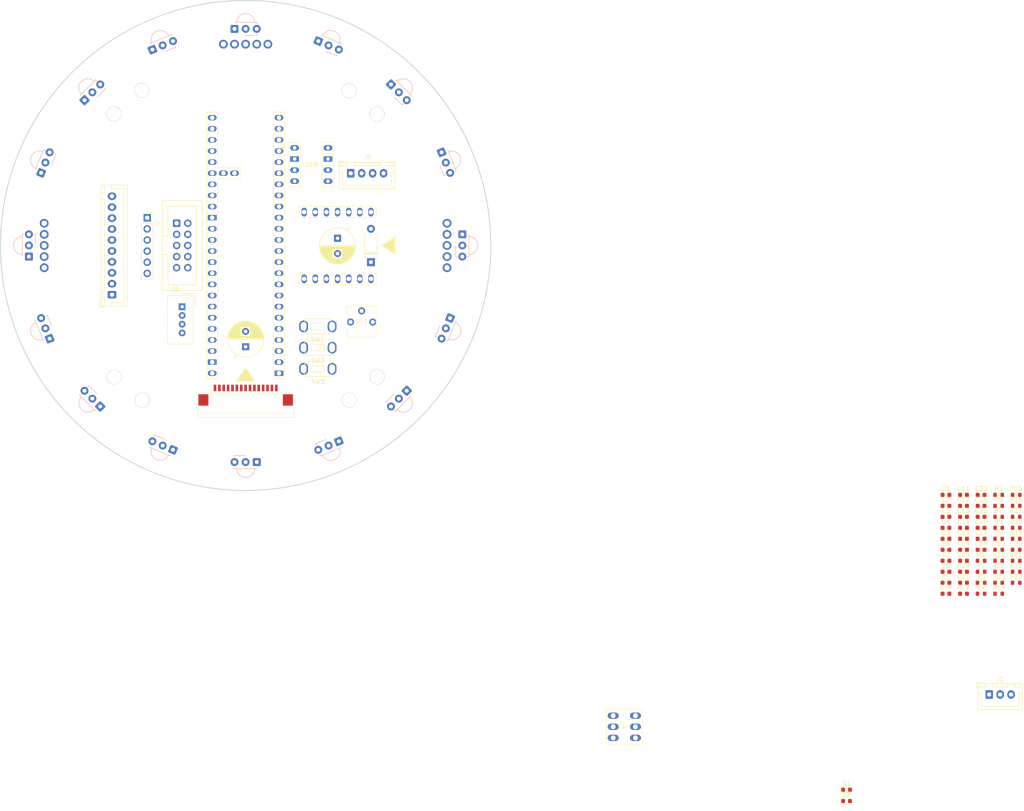
<source format=kicad_pcb>
(kicad_pcb (version 20240108) (generator "pcbnew") (generator_version "8.0")
  (layers (0 "F.Cu" signal) (1 "In1.Cu" signal) (2 "In2.Cu" signal) (31 "B.Cu" signal) (34 "B.Paste" user) (35 "F.Paste" user) (36 "B.SilkS" user "B.Silkscreen") (37 "F.SilkS" user "F.Silkscreen") (38 "B.Mask" user) (39 "F.Mask" user) (44 "Edge.Cuts" user))
  (net 0 "")
  (net 1 "GND")
  (net 2 "+5V")
  (net 3 "+3.3V")
  (net 4 "ball01")
  (net 5 "ball02")
  (net 6 "ball03")
  (net 7 "ball04")
  (net 8 "ball05")
  (net 9 "ball06")
  (net 10 "ball07")
  (net 11 "ball08")
  (net 12 "ball09")
  (net 13 "ball10")
  (net 14 "ball11")
  (net 15 "ball12")
  (net 16 "ball13")
  (net 17 "ball14")
  (net 18 "ball15")
  (net 19 "ball16")
  (net 21 "NeoPixel_PWM")
  (net 22 "Main-RX7")
  (net 23 "SW-TAC-3")
  (net 24 "SDA")
  (net 25 "SW-TAC-2")
  (net 26 "KickerSignal")
  (net 27 "SCL")
  (net 28 "SW-TAC-4")
  (net 29 "BUZZER")
  (net 30 "EN-3")
  (net 31 "ball01k")
  (net 32 "PH-2")
  (net 33 "PH-4")
  (net 34 "Line-TX")
  (net 35 "ball02k")
  (net 36 "EN-4")
  (net 37 "PH-3")
  (net 38 "EN-2")
  (net 39 "Line-RX")
  (net 40 "PH-1")
  (net 41 "EN-1")
  (net 42 "Net-(D1-A)")
  (net 43 "PH-D")
  (net 44 "EN-D")
  (net 45 "SCK")
  (net 46 "MISO")
  (net 47 "Cam-RX")
  (net 48 "MOSI")
  (net 49 "Cam-TX")
  (net 50 "Net-(U4-OUT)")
  (net 51 "Net-(U5-OUT)")
  (net 52 "Net-(U6-OUT)")
  (net 53 "Net-(U7-OUT)")
  (net 54 "Net-(U8-OUT)")
  (net 55 "Net-(U9-OUT)")
  (net 56 "Net-(U10-OUT)")
  (net 57 "Net-(U11-OUT)")
  (net 58 "Net-(U12-OUT)")
  (net 59 "Net-(U13-OUT)")
  (net 60 "Net-(U14-OUT)")
  (net 61 "Net-(U15-OUT)")
  (net 62 "Net-(U16-OUT)")
  (net 63 "Net-(D2-A)")
  (net 64 "Net-(D3-K)")
  (net 65 "Main-TX7")
  (net 66 "5.0V")
  (net 67 "3.3V")
  (net 68 "SS")
  (net 69 "Main_RST")
  (net 70 "SW-TAC-1")
  (net 71 "SW-TOG")
  (net 72 "Net-(U3-OUT)")
  (net 73 "Cam_EN")
  (net 74 "Cam_G0")
  (net 75 "Volume")
  (net 82 "Net-(U1-OUT)")
  (net 83 "Net-(U2-OUT)")
  (net 84 "Net-(R21-Pad1)")
  (footprint "Resistor_SMD:R_0603_1608Metric" (layer "F.Cu") (at 176 74.57)
    (property "Reference" "R22" (at 0 -1.43 0) (layer "F.SilkS"))
    (property "Value" "1K")
    (pad "1" smd roundrect (at -0.825 0) (size 0.8 0.95) (layers "F.Cu" "F.Paste" "F.Mask") (net 3 "+3.3V"))
    (pad "2" smd roundrect (at 0.825 0) (size 0.8 0.95) (layers "F.Cu" "F.Paste" "F.Mask") (net 24 "SDA"))
  )
  (footprint "Resistor_SMD:R_0603_1608Metric" (layer "F.Cu") (at 171.99 72.06)
    (property "Reference" "R11" (at 0 -1.43 0) (layer "F.SilkS"))
    (property "Value" "39K")
    (pad "1" smd roundrect (at -0.825 0) (size 0.8 0.95) (layers "F.Cu" "F.Paste" "F.Mask") (net 57 "Net-(U11-OUT)"))
    (pad "2" smd roundrect (at 0.825 0) (size 0.8 0.95) (layers "F.Cu" "F.Paste" "F.Mask") (net 14 "ball11"))
  )
  (footprint "MountingHole:MountingHole_3.2mm_M3" (layer "F.Cu") (at 30.052038 -30.052038)
    (property "Reference" "REF**" (hide yes))
    (property "Value" "MountingHole_3.2mm_M3")
    (pad "" np_thru_hole circle (at 0 0) (size 3.2 3.2) (drill 3.2) (layers "*.Cu" "*.Mask"))
  )
  (footprint "@2024TOINIOT2-MD:1.0K-FX-15PWB" (layer "F.Cu") (at 0 35.56)
    (property "Reference" "J8" (hide yes))
    (property "Value" "Conn_MD")
    (pad "1" smd rect (at -7 -3) (size 0.6 1.5) (layers "F.Cu" "F.Paste" "F.Mask") (net 1 "GND"))
    (pad "2" smd rect (at -6 -3) (size 0.6 1.5) (layers "F.Cu" "F.Paste" "F.Mask") (net 41 "EN-1"))
    (pad "3" smd rect (at -5 -3) (size 0.6 1.5) (layers "F.Cu" "F.Paste" "F.Mask") (net 40 "PH-1"))
    (pad "4" smd rect (at -4 -3) (size 0.6 1.5) (layers "F.Cu" "F.Paste" "F.Mask") (net 38 "EN-2"))
    (pad "5" smd rect (at -3 -3) (size 0.6 1.5) (layers "F.Cu" "F.Paste" "F.Mask") (net 32 "PH-2"))
    (pad "6" smd rect (at -2 -3) (size 0.6 1.5) (layers "F.Cu" "F.Paste" "F.Mask") (net 30 "EN-3"))
    (pad "7" smd rect (at -1 -3) (size 0.6 1.5) (layers "F.Cu" "F.Paste" "F.Mask") (net 37 "PH-3"))
    (pad "8" smd rect (at 0 -3) (size 0.6 1.5) (layers "F.Cu" "F.Paste" "F.Mask") (net 36 "EN-4"))
    (pad "9" smd rect (at 1 -3) (size 0.6 1.5) (layers "F.Cu" "F.Paste" "F.Mask") (net 33 "PH-4"))
    (pad "10" smd rect (at 2 -3) (size 0.6 1.5) (layers "F.Cu" "F.Paste" "F.Mask") (net 31 "ball01k"))
    (pad "11" smd rect (at 3 -3) (size 0.6 1.5) (layers "F.Cu" "F.Paste" "F.Mask") (net 26 "KickerSignal"))
    (pad "12" smd rect (at 4 -3) (size 0.6 1.5) (layers "F.Cu" "F.Paste" "F.Mask") (net 35 "ball02k"))
    (pad "13" smd rect (at 5 -3) (size 0.6 1.5) (layers "F.Cu" "F.Paste" "F.Mask") (net 3 "+3.3V"))
    (pad "14" smd rect (at 6 -3) (size 0.6 1.5) (layers "F.Cu" "F.Paste" "F.Mask") (net 34 "Line-TX"))
    (pad "15" smd rect (at 7 -3) (size 0.6 1.5) (layers "F.Cu" "F.Paste" "F.Mask") (net 39 "Line-RX"))
    (pad "MP" smd rect (at -9.65 -0.25) (size 2.3 2.6) (layers "F.Cu" "F.Paste" "F.Mask"))
    (pad "MP" smd rect (at 9.65 -0.25) (size 2.3 2.6) (layers "F.Cu" "F.Paste" "F.Mask"))
  )
  (footprint "Capacitor_SMD:C_0603_1608Metric" (layer "F.Cu") (at 163.97 77.08)
    (property "Reference" "C21" (at 0 -1.43 0) (layer "F.SilkS"))
    (property "Value" "0.1uF")
    (pad "1" smd roundrect (at -0.775 0) (size 0.9 0.95) (layers "F.Cu" "F.Paste" "F.Mask") (net 2 "+5V"))
    (pad "2" smd roundrect (at 0.775 0) (size 0.9 0.95) (layers "F.Cu" "F.Paste" "F.Mask") (net 1 "GND"))
  )
  (footprint "Connector:NS-Tech_Grove_1x04_P2mm_Vertical" (layer "F.Cu") (at -14.5 14)
    (property "Reference" "J6" (at -1.5 -4 0) (layer "F.SilkS"))
    (property "Value" "CamS3-4")
    (pad "1" thru_hole rect (at 0 0) (size 1.524 1.524) (drill 0.762) (layers "*.Cu" "*.Mask") (net 49 "Cam-TX"))
    (pad "2" thru_hole circle (at 0 2) (size 1.524 1.524) (drill 0.762) (layers "*.Cu" "*.Mask") (net 47 "Cam-RX"))
    (pad "3" thru_hole circle (at 0 4) (size 1.524 1.524) (drill 0.762) (layers "*.Cu" "*.Mask") (net 2 "+5V"))
    (pad "4" thru_hole circle (at 0 6) (size 1.524 1.524) (drill 0.762) (layers "*.Cu" "*.Mask") (net 1 "GND"))
  )
  (footprint "Diode_THT:D_A-405_P7.62mm_Horizontal" (layer "F.Cu") (at 28.62 3.81 90)
    (property "Reference" "D3" (hide yes))
    (property "Value" "D_Small")
    (pad "1" thru_hole rect (at 0 0 90) (size 1.8 1.8) (drill 0.9) (layers "*.Cu" "*.Mask") (net 64 "Net-(D3-K)"))
    (pad "2" thru_hole oval (at 7.62 0 90) (size 1.8 1.8) (drill 0.9) (layers "*.Cu" "*.Mask") (net 2 "+5V"))
  )
  (footprint "Connector_JST:JST_XH_B3B-XH-A_1x03_P2.50mm_Vertical" (layer "F.Cu") (at 169.83 102.62)
    (property "Reference" "J1" (at 2.5 -3.55 0) (layer "F.SilkS"))
    (property "Value" "Conn_PWR")
    (pad "1" thru_hole roundrect (at 0 0) (size 1.7 1.95) (drill 0.95) (layers "*.Cu" "*.Mask") (roundrect_rratio 0.147059) (net 66 "5.0V"))
    (pad "2" thru_hole oval (at 2.5 0) (size 1.7 1.95) (drill 0.95) (layers "*.Cu" "*.Mask") (net 67 "3.3V"))
    (pad "3" thru_hole oval (at 5 0) (size 1.7 1.95) (drill 0.95) (layers "*.Cu" "*.Mask") (net 1 "GND"))
  )
  (footprint "MountingHole:MountingHole_3.2mm_M3" (layer "F.Cu") (at -30.052038 -30.052038)
    (property "Reference" "REF**" (hide yes))
    (property "Value" "MountingHole_3.2mm_M3")
    (pad "" np_thru_hole circle (at 0 0) (size 3.2 3.2) (drill 3.2) (layers "*.Mask" "F.Cu" "In1.Cu" "In2.Cu" "B.Cu"))
  )
  (footprint "Capacitor_SMD:C_0603_1608Metric" (layer "F.Cu") (at 163.97 64.53)
    (property "Reference" "C14" (at 0 -1.43 0) (layer "F.SilkS"))
    (property "Value" "0.33uF")
    (pad "1" smd roundrect (at -0.775 0) (size 0.9 0.95) (layers "F.Cu" "F.Paste" "F.Mask") (net 17 "ball14"))
    (pad "2" smd roundrect (at 0.775 0) (size 0.9 0.95) (layers "F.Cu" "F.Paste" "F.Mask") (net 1 "GND"))
  )
  (footprint "Capacitor_SMD:C_0603_1608Metric" (layer "F.Cu") (at 167.98 59.51)
    (property "Reference" "C24" (at 0 -1.43 0) (layer "F.SilkS"))
    (property "Value" "0.1uF")
    (pad "1" smd roundrect (at -0.775 0) (size 0.9 0.95) (layers "F.Cu" "F.Paste" "F.Mask") (net 3 "+3.3V"))
    (pad "2" smd roundrect (at 0.775 0) (size 0.9 0.95) (layers "F.Cu" "F.Paste" "F.Mask") (net 1 "GND"))
  )
  (footprint "MountingHole:MountingHole_3.2mm_M3" (layer "F.Cu") (at -30.052038 30.052038)
    (property "Reference" "REF**" (hide yes))
    (property "Value" "MountingHole_3.2mm_M3")
    (pad "" np_thru_hole circle (at 0 0) (size 3.2 3.2) (drill 3.2) (layers "*.Mask" "F.Cu" "In1.Cu" "In2.Cu" "B.Cu"))
  )
  (footprint "Capacitor_SMD:C_0603_1608Metric" (layer "F.Cu") (at 163.97 62.02)
    (property "Reference" "C13" (at 0 -1.43 0) (layer "F.SilkS"))
    (property "Value" "0.33uF")
    (pad "1" smd roundrect (at -0.775 0) (size 0.9 0.95) (layers "F.Cu" "F.Paste" "F.Mask") (net 16 "ball13"))
    (pad "2" smd roundrect (at 0.775 0) (size 0.9 0.95) (layers "F.Cu" "F.Paste" "F.Mask") (net 1 "GND"))
  )
  (footprint "Capacitor_SMD:C_0603_1608Metric" (layer "F.Cu") (at 163.97 79.59)
    (property "Reference" "C22" (at 0 -1.43 0) (layer "F.SilkS"))
    (property "Value" "0.1uF")
    (pad "1" smd roundrect (at -0.775 0) (size 0.9 0.95) (layers "F.Cu" "F.Paste" "F.Mask") (net 3 "+3.3V"))
    (pad "2" smd roundrect (at 0.775 0) (size 0.9 0.95) (layers "F.Cu" "F.Paste" "F.Mask") (net 1 "GND"))
  )
  (footprint "Capacitor_SMD:C_0603_1608Metric" (layer "F.Cu") (at 163.97 57)
    (property "Reference" "C11" (at 0 -1.43 0) (layer "F.SilkS"))
    (property "Value" "0.33uF")
    (pad "1" smd roundrect (at -0.775 0) (size 0.9 0.95) (layers "F.Cu" "F.Paste" "F.Mask") (net 14 "ball11"))
    (pad "2" smd roundrect (at 0.775 0) (size 0.9 0.95) (layers "F.Cu" "F.Paste" "F.Mask") (net 1 "GND"))
  )
  (footprint "LED_SMD:LED_0603_1608Metric" (layer "F.Cu") (at 137.25 124.38)
    (property "Reference" "D1" (at 0 -1.43 0) (layer "F.SilkS"))
    (property "Value" "PWR-5")
    (pad "1" smd roundrect (at -0.7875 0) (size 0.875 0.95) (layers "F.Cu" "F.Paste" "F.Mask") (net 1 "GND"))
    (pad "2" smd roundrect (at 0.7875 0) (size 0.875 0.95) (layers "F.Cu" "F.Paste" "F.Mask") (net 42 "Net-(D1-A)"))
  )
  (footprint "Connector_JST:JST_XH_B10B-XH-A_1x10_P2.50mm_Vertical" (layer "F.Cu") (at -30.525 11.25 90)
    (property "Reference" "J10" (hide yes))
    (property "Value" "Conn_UI")
    (pad "1" thru_hole roundrect (at 0 0 90) (size 1.7 1.95) (drill 0.95) (layers "*.Cu" "*.Mask") (roundrect_rratio 0.147059) (net 3 "+3.3V"))
    (pad "2" thru_hole oval (at 2.5 0 90) (size 1.7 1.95) (drill 0.95) (layers "*.Cu" "*.Mask") (net 1 "GND"))
    (pad "3" thru_hole oval (at 5 0 90) (size 1.7 1.95) (drill 0.95) (layers "*.Cu" "*.Mask") (net 71 "SW-TOG"))
    (pad "4" thru_hole oval (at 7.5 0 90) (size 1.7 1.95) (drill 0.95) (layers "*.Cu" "*.Mask") (net 70 "SW-TAC-1"))
    (pad "5" thru_hole oval (at 10 0 90) (size 1.7 1.95) (drill 0.95) (layers "*.Cu" "*.Mask") (net 25 "SW-TAC-2"))
    (pad "6" thru_hole oval (at 12.5 0 90) (size 1.7 1.95) (drill 0.95) (layers "*.Cu" "*.Mask") (net 23 "SW-TAC-3"))
    (pad "7" thru_hole oval (at 15 0 90) (size 1.7 1.95) (drill 0.95) (layers "*.Cu" "*.Mask") (net 28 "SW-TAC-4"))
    (pad "8" thru_hole oval (at 17.5 0 90) (size 1.7 1.95) (drill 0.95) (layers "*.Cu" "*.Mask") (net 24 "SDA"))
    (pad "9" thru_hole oval (at 20 0 90) (size 1.7 1.95) (drill 0.95) (layers "*.Cu" "*.Mask") (net 27 "SCL"))
    (pad "10" thru_hole oval (at 22.5 0 90) (size 1.7 1.95) (drill 0.95) (layers "*.Cu" "*.Mask") (net 29 "BUZZER"))
  )
  (footprint "Capacitor_SMD:C_0603_1608Metric" (layer "F.Cu") (at 163.97 69.55)
    (property "Reference" "C16" (at 0 -1.43 0) (layer "F.SilkS"))
    (property "Value" "0.33uF")
    (pad "1" smd roundrect (at -0.775 0) (size 0.9 0.95) (layers "F.Cu" "F.Paste" "F.Mask") (net 19 "ball16"))
    (pad "2" smd roundrect (at 0.775 0) (size 0.9 0.95) (layers "F.Cu" "F.Paste" "F.Mask") (net 1 "GND"))
  )
  (footprint "Capacitor_SMD:C_0603_1608Metric" (layer "F.Cu") (at 163.97 67.04)
    (property "Reference" "C15" (at 0 -1.43 0) (layer "F.SilkS"))
    (property "Value" "0.33uF")
    (pad "1" smd roundrect (at -0.775 0) (size 0.9 0.95) (layers "F.Cu" "F.Paste" "F.Mask") (net 18 "ball15"))
    (pad "2" smd roundrect (at 0.775 0) (size 0.9 0.95) (layers "F.Cu" "F.Paste" "F.Mask") (net 1 "GND"))
  )
  (footprint "Capacitor_SMD:C_0603_1608Metric" (layer "F.Cu") (at 159.96 79.59)
    (property "Reference" "C10" (at 0 -1.43 0) (layer "F.SilkS"))
    (property "Value" "0.33uF")
    (pad "1" smd roundrect (at -0.775 0) (size 0.9 0.95) (layers "F.Cu" "F.Paste" "F.Mask") (net 13 "ball10"))
    (pad "2" smd roundrect (at 0.775 0) (size 0.9 0.95) (layers "F.Cu" "F.Paste" "F.Mask") (net 1 "GND"))
  )
  (footprint "Capacitor_SMD:C_0603_1608Metric" (layer "F.Cu") (at 159.96 62.02)
    (property "Reference" "C3" (at 0 -1.43 0) (layer "F.SilkS"))
    (property "Value" "0.33uF")
    (pad "1" smd roundrect (at -0.775 0) (size 0.9 0.95) (layers "F.Cu" "F.Paste" "F.Mask") (net 6 "ball03"))
    (pad "2" smd roundrect (at 0.775 0) (size 0.9 0.95) (layers "F.Cu" "F.Paste" "F.Mask") (net 1 "GND"))
  )
  (footprint "@2024TOINIOT2-Main:Connector" (layer "F.Cu") (at -46.000001 0 90)
    (property "Reference" "J3" (hide yes))
    (property "Value" "Conn_NeoPixel" (hide yes))
    (pad "1" thru_hole circle (at -5.08 0 90) (size 2 2) (drill 1.2) (layers "*.Cu" "*.Mask") (net 2 "+5V"))
    (pad "2" thru_hole circle (at -2.54 0 90) (size 2 2) (drill 1.2) (layers "*.Cu" "*.Mask") (net 2 "+5V"))
    (pad "3" thru_hole circle (at 0 0 90) (size 2 2) (drill 1.2) (layers "*.Cu" "*.Mask") (net 1 "GND"))
    (pad "4" thru_hole circle (at 2.54 0 90) (size 2 2) (drill 1.2) (layers "*.Cu" "*.Mask") (net 1 "GND"))
    (pad "5" thru_hole circle (at 5.08 0 90) (size 2 2) (drill 1.2) (layers "*.Cu" "*.Mask") (net 1 "GND"))
  )
  (footprint "Capacitor_SMD:C_0603_1608Metric" (layer "F.Cu") (at 159.96 72.06)
    (property "Reference" "C7" (at 0 -1.43 0) (layer "F.SilkS"))
    (property "Value" "0.33uF")
    (pad "1" smd roundrect (at -0.775 0) (size 0.9 0.95) (layers "F.Cu" "F.Paste" "F.Mask") (net 10 "ball07"))
    (pad "2" smd roundrect (at 0.775 0) (size 0.9 0.95) (layers "F.Cu" "F.Paste" "F.Mask") (net 1 "GND"))
  )
  (footprint "Capacitor_SMD:C_0603_1608Metric" (layer "F.Cu") (at 167.98 67.04)
    (property "Reference" "C27" (at 0 -1.43 0) (layer "F.SilkS"))
    (property "Value" "0.1uF")
    (pad "1" smd roundrect (at -0.775 0) (size 0.9 0.95) (layers "F.Cu" "F.Paste" "F.Mask") (net 2 "+5V"))
    (pad "2" smd roundrect (at 0.775 0) (size 0.9 0.95) (layers "F.Cu" "F.Paste" "F.Mask") (net 1 "GND"))
  )
  (footprint "Resistor_SMD:R_0603_1608Metric" (layer "F.Cu") (at 176 62.02)
    (property "Reference" "R17" (at 0 -1.43 0) (layer "F.SilkS"))
    (property "Value" "10K")
    (pad "1" smd roundrect (at -0.825 0) (size 0.8 0.95) (layers "F.Cu" "F.Paste" "F.Mask") (net 3 "+3.3V"))
    (pad "2" smd roundrect (at 0.825 0) (size 0.8 0.95) (layers "F.Cu" "F.Paste" "F.Mask") (net 73 "Cam_EN"))
  )
  (footprint "Resistor_SMD:R_0603_1608Metric" (layer "F.Cu") (at 171.99 77.08)
    (property "Reference" "R13" (at 0 -1.43 0) (layer "F.SilkS"))
    (property "Value" "39K")
    (pad "1" smd roundrect (at -0.825 0) (size 0.8 0.95) (layers "F.Cu" "F.Paste" "F.Mask") (net 59 "Net-(U13-OUT)"))
    (pad "2" smd roundrect (at 0.825 0) (size 0.8 0.95) (layers "F.Cu" "F.Paste" "F.Mask") (net 16 "ball13"))
  )
  (footprint "MountingHole:MountingHole_3.2mm_M3" (layer "F.Cu") (at -23.611735 35.337459)
    (property "Reference" "REF**" (hide yes))
    (property "Value" "MountingHole_3.2mm_M3")
    (pad "" np_thru_hole circle (at 0 0) (size 3.2 3.2) (drill 3.2) (layers "*.Mask" "F.Cu" "In1.Cu" "In2.Cu" "B.Cu"))
  )
  (footprint "@2024TOINIOT2-Main:XIAO ESP32C3" (layer "F.Cu") (at 21 0 -90)
    (property "Reference" "U19" (hide yes))
    (property "Value" "~")
    (pad "1" thru_hole oval (at -7.62 -7.62 270) (size 2 1.2) (drill 1) (layers "*.Cu" "*.Mask") (net 31 "ball01k"))
    (pad "2" thru_hole oval (at -7.62 -5.08 270) (size 2 1.2) (drill 1) (layers "*.Cu" "*.Mask") (net 35 "ball02k"))
    (pad "3" thru_hole oval (at -7.62 -2.54 270) (size 2 1.2) (drill 1) (layers "*.Cu" "*.Mask") (net 75 "Volume"))
    (pad "4" thru_hole oval (at -7.62 0 270) (size 2 1.2) (drill 1) (layers "*.Cu" "*.Mask") (net 26 "KickerSignal"))
    (pad "5" thru_hole oval (at -7.62 2.54 270) (size 2 1.2) (drill 1) (layers "*.Cu" "*.Mask") (net 43 "PH-D"))
    (pad "6" thru_hole oval (at -7.62 5.08 270) (size 2 1.2) (drill 1) (layers "*.Cu" "*.Mask") (net 44 "EN-D"))
    (pad "7" thru_hole oval (at -7.62 7.62 270) (size 2 1.2) (drill 1) (layers "*.Cu" "*.Mask") (net 22 "Main-RX7"))
    (pad "8" thru_hole oval (at 7.62 7.62 270) (size 2 1.2) (drill 1) (layers "*.Cu" "*.Mask") (net 65 "Main-TX7"))
    (pad "9" thru_hole oval (at 7.62 5.08 270) (size 2 1.2) (drill 1) (layers "*.Cu" "*.Mask"))
    (pad "10" thru_hole oval (at 7.62 2.54 270) (size 2 1.2) (drill 1) (layers "*.Cu" "*.Mask"))
    (pad "11" thru_hole oval (at 7.62 0 270) (size 2 1.2) (drill 1) (layers "*.Cu" "*.Mask") (net 21 "NeoPixel_PWM"))
    (pad "12" thru_hole oval (at 7.62 -2.54 270) (size 2 1.2) (drill 1) (layers "*.Cu" "*.Mask"))
    (pad "13" thru_hole oval (at 7.62 -5.08 270) (size 2 1.2) (drill 1) (layers "*.Cu" "*.Mask") (net 1 "GND"))
    (pad "14" thru_hole oval (at 7.62 -7.62 270) (size 2 1.2) (drill 1) (layers "*.Cu" "*.Mask") (net 64 "Net-(D3-K)"))
  )
  (footprint "Connector_IDC:IDC-Header_2x05_P2.54mm_Vertical" (layer "F.Cu") (at -15.7525 -5.08)
    (property "Reference" "J7" (hide yes))
    (property "Value" "Pixy 2.1")
    (pad "1" thru_hole roundrect (at 0 0) (size 1.7 1.7) (drill 1) (layers "*.Cu" "*.Mask") (roundrect_rratio 0.147059) (net 46 "MISO"))
    (pad "2" thru_hole circle (at 2.54 0) (size 1.7 1.7) (drill 1) (layers "*.Cu" "*.Mask") (net 2 "+5V"))
    (pad "3" thru_hole circle (at 0 2.54) (size 1.7 1.7) (drill 1) (layers "*.Cu" "*.Mask") (net 45 "SCK"))
    (pad "4" thru_hole circle (at 2.54 2.54) (size 1.7 1.7) (drill 1) (layers "*.Cu" "*.Mask") (net 48 "MOSI"))
    (pad "5" thru_hole circle (at 0 5.08) (size 1.7 1.7) (drill 1) (layers "*.Cu" "*.Mask"))
    (pad "6" thru_hole circle (at 2.54 5.08) (size 1.7 1.7) (drill 1) (layers "*.Cu" "*.Mask") (net 1 "GND"))
    (pad "7" thru_hole circle (at 0 7.62) (size 1.7 1.7) (drill 1) (layers "*.Cu" "*.Mask") (net 68 "SS"))
    (pad "8" thru_hole circle (at 2.54 7.62) (size 1.7 1.7) (drill 1) (layers "*.Cu" "*.Mask"))
    (pad "9" thru_hole circle (at 0 10.16) (size 1.7 1.7) (drill 1) (layers "*.Cu" "*.Mask"))
    (pad "10" thru_hole circle (at 2.54 10.16) (size 1.7 1.7) (drill 1) (layers "*.Cu" "*.Mask"))
  )
  (footprint "Capacitor_SMD:C_0603_1608Metric" (layer "F.Cu") (at 159.96 69.55)
    (property "Reference" "C6" (at 0 -1.43 0) (layer "F.SilkS"))
    (property "Value" "0.33uF")
    (pad "1" smd roundrect (at -0.775 0) (size 0.9 0.95) (layers "F.Cu" "F.Paste" "F.Mask") (net 9 "ball06"))
    (pad "2" smd roundrect (at 0.775 0) (size 0.9 0.95) (layers "F.Cu" "F.Paste" "F.Mask") (net 1 "GND"))
  )
  (footprint "Capacitor_SMD:C_0603_1608Metric" (layer "F.Cu") (at 167.98 62.02)
    (property "Reference" "C25" (at 0 -1.43 0) (layer "F.SilkS"))
    (property "Value" "0.1uF")
    (pad "1" smd roundrect (at -0.775 0) (size 0.9 0.95) (layers "F.Cu" "F.Paste" "F.Mask") (net 2 "+5V"))
    (pad "2" smd roundrect (at 0.775 0) (size 0.9 0.95) (layers "F.Cu" "F.Paste" "F.Mask") (net 1 "GND"))
  )
  (footprint "@2024TOINIOT2-Main:3362P" (layer "F.Cu") (at 26.5 17.5)
    (property "Reference" "RV1" (at 0 -0.035 0) (layer "F.SilkS") (effects (font (thickness 0.1))))
    (property "Value" "10K" (hide yes))
    (pad "1" thru_hole circle (at -2.54 0) (size 1.6 1.6) (drill 0.9) (layers "*.Cu" "*.Mask") (net 3 "+3.3V"))
    (pad "2" thru_hole circle (at 0 -2.54) (size 1.6 1.6) (drill 0.9) (layers "*.Cu" "*.Mask") (net 84 "Net-(R21-Pad1)"))
    (pad "3" thru_hole circle (at 2.54 0) (size 1.6 1.6) (drill 0.9) (layers "*.Cu" "*.Mask") (net 1 "GND"))
  )
  (footprint "Resistor_SMD:R_0603_1608Metric" (layer "F.Cu") (at 176 59.51)
    (property "Reference" "R16" (at 0 -1.43 0) (layer "F.SilkS"))
    (property "Value" "39K")
    (pad "1" smd roundrect (at -0.825 0) (size 0.8 0.95) (layers "F.Cu" "F.Paste" "F.Mask") (net 62 "Net-(U16-OUT)"))
    (pad "2" smd roundrect (at 0.825 0) (size 0.8 0.95) (layers "F.Cu" "F.Paste" "F.Mask") (net 19 "ball16"))
  )
  (footprint "Resistor_SMD:R_0603_1608Metric" (layer "F.Cu") (at 171.99 79.59)
    (property "Reference" "R14" (at 0 -1.43 0) (layer "F.SilkS"))
    (property "Value" "39K")
    (pad "1" smd roundrect (at -0.825 0) (size 0.8 0.95) (layers "F.Cu" "F.Paste" "F.Mask") (net 60 "Net-(U14-OUT)"))
    (pad "2" smd roundrect (at 0.825 0) (size 0.8 0.95) (layers "F.Cu" "F.Paste" "F.Mask") (net 17 "ball14"))
  )
  (footprint "Resistor_SMD:R_0603_1608Metric" (layer "F.Cu") (at 167.98 79.59)
    (property "Reference" "R4" (at 0 -1.43 0) (layer "F.SilkS"))
    (property "Value" "39K")
    (pad "1" smd roundrect (at -0.825 0) (size 0.8 0.95) (layers "F.Cu" "F.Paste" "F.Mask") (net 50 "Net-(U4-OUT)"))
    (pad "2" smd roundrect (at 0.825 0) (size 0.8 0.95) (layers "F.Cu" "F.Paste" "F.Mask") (net 7 "ball04"))
  )
  (footprint "Resistor_SMD:R_0603_1608Metric" (layer "F.Cu") (at 167.98 72.06)
    (property "Reference" "R1" (at 0 -1.43 0) (layer "F.SilkS"))
    (property "Value" "39K")
    (pad "1" smd roundrect (at -0.825 0) (size 0.8 0.95) (layers "F.Cu" "F.Paste" "F.Mask") (net 82 "Net-(U1-OUT)"))
    (pad "2" smd roundrect (at 0.825 0) (size 0.8 0.95) (layers "F.Cu" "F.Paste" "F.Mask") (net 4 "ball01"))
  )
  (footprint "Resistor_SMD:R_0603_1608Metric" (layer "F.Cu") (at 176 72.06)
    (property "Reference" "R21" (at 0 -1.43 0) (layer "F.SilkS"))
    (property "Value" "10K")
    (pad "1" smd roundrect (at -0.825 0) (size 0.8 0.95) (layers "F.Cu" "F.Paste" "F.Mask") (net 84 "Net-(R21-Pad1)"))
    (pad "2" smd roundrect (at 0.825 0) (size 0.8 0.95) (layers "F.Cu" "F.Paste" "F.Mask") (net 75 "Volume"))
  )
  (footprint "Capacitor_THT:CP_Radial_D8.0mm_P3.50mm" (layer "F.Cu") (at 21 -1.652651 -90)
    (property "Reference" "C17" (hide yes))
    (property "Value" "470uF")
    (pad "1" thru_hole rect (at 0 0 270) (size 1.6 1.6) (drill 0.8) (layers "*.Cu" "*.Mask") (net 2 "+5V"))
    (pad "2" thru_hole circle (at 3.5 0 270) (size 1.6 1.6) (drill 0.8) (layers "*.Cu" "*.Mask") (net 1 "GND"))
  )
  (footprint "LED_SMD:LED_0603_1608Metric" (layer "F.Cu") (at 137.25 126.97)
    (property "Reference" "D2" (at 0 -1.43 0) (layer "F.SilkS"))
    (property "Value" "PWR-3.3")
    (pad "1" smd roundrect (at -0.7875 0) (size 0.875 0.95) (layers "F.Cu" "F.Paste" "F.Mask") (net 1 "GND"))
    (pad "2" smd roundrect (at 0.7875 0) (size 0.875 0.95) (layers "F.Cu" "F.Paste" "F.Mask") (net 63 "Net-(D2-A)"))
  )
  (footprint "Resistor_SMD:R_0603_1608Metric" (layer "F.Cu") (at 171.99 62.02)
    (property "Reference" "R7" (at 0 -1.43 0) (layer "F.SilkS"))
    (property "Value" "39K")
    (pad "1" smd roundrect (at -0.825 0) (size 0.8 0.95) (layers "F.Cu" "F.Paste" "F.Mask") (net 53 "Net-(U7-OUT)"))
    (pad "2" smd roundrect (at 0.825 0) (size 0.8 0.95) (layers "F.Cu" "F.Paste" "F.Mask") (net 10 "ball07"))
  )
  (footprint "Resistor_SMD:R_0603_1608Metric" (layer "F.Cu") (at 171.99 74.57)
    (property "Reference" "R12" (at 0 -1.43 0) (layer "F.SilkS"))
    (property "Value" "39K")
    (pad "1" smd roundrect (at -0.825 0) (size 0.8 0.95) (layers "F.Cu" "F.Paste" "F.Mask") (net 58 "Net-(U12-OUT)"))
    (pad "2" smd roundrect (at 0.825 0) (size 0.8 0.95) (layers "F.Cu" "F.Paste" "F.Mask") (net 15 "ball12"))
  )
  (footprint "@2024TOINIOT2-Main:2MD1-T2-B4-M2-Q-N" (layer "F.Cu") (at 86.5 110)
    (property "Reference" "SW4" (at 0 0 0) (layer "F.SilkS") (effects (font (thickness 0.1))))
    (property "Value" "SW_DPDT_x2" (hide yes))
    (pad "1" thru_hole oval (at -2.54 -2.54 180) (size 2.5 1.4) (drill 1.1) (layers "*.Cu" "*.Mask") (net 2 "+5V"))
    (pad "2" thru_hole oval (at -2.54 0 180) (size 2.5 1.4) (drill 1.1) (layers "*.Cu" "*.Mask") (net 66 "5.0V"))
    (pad "3" thru_hole oval (at -2.54 2.54 180) (size 2.5 1.4) (drill 1.1) (layers "*.Cu" "*.Mask") (net 66 "5.0V"))
    (pad "4" thru_hole oval (at 2.54 -2.54 180) (size 2.5 1.4) (drill 1.1) (layers "*.Cu" "*.Mask") (net 3 "+3.3V"))
    (pad "5" thru_hole oval (at 2.54 0 180) (size 2.5 1.4) (drill 1.1) (layers "*.Cu" "*.Mask") (net 67 "3.3V"))
    (pad "6" thru_hole oval (at 2.54 2.54 180) (size 2.5 1.4) (drill 1.1) (layers "*.Cu" "*.Mask") (net 67 "3.3V"))
  )
  (footprint "@2024TOINIOT2-Main:Connector" (layer "F.Cu") (at 0 -46.000001)
    (property "Reference" "J2" (hide yes))
    (property "Value" "Conn_NeoPixel" (hide yes))
    (pad "1" thru_hole circle (at -5.08 0) (size 2 2) (drill 1.2) (layers "*.Cu" "*.Mask") (net 2 "+5V"))
    (pad "2" thru_hole circle (at -2.54 0) (size 2 2) (drill 1.2) (layers "*.Cu" "*.Mask") (net 2 "+5V"))
    (pad "3" thru_hole circle (at 0 0) (size 2 2) (drill 1.2) (layers "*.Cu" "*.Mask") (net 21 "NeoPixel_PWM"))
    (pad "4" thru_hole circle (at 2.54 0) (size 2 2) (drill 1.2) (layers "*.Cu" "*.Mask") (net 1 "GND"))
    (pad "5" thru_hole circle (at 5.08 0) (size 2 2) (drill 1.2) (layers "*.Cu" "*.Mask") (net 1 "GND"))
  )
  (footprint "Capacitor_THT:CP_Radial_D8.0mm_P3.50mm" (layer "F.Cu") (at 0 23.152651 90)
    (property "Reference" "C18" (hide yes))
    (property "Value" "470uF")
    (pad "1" thru_hole rect (at 0 0 90) (size 1.6 1.6) (drill 0.8) (layers "*.Cu" "*.Mask") (net 3 "+3.3V"))
    (pad "2" thru_hole circle (at 3.5 0 90) (size 1.6 1.6) (drill 0.8) (layers "*.Cu" "*.Mask") (net 1 "GND"))
  )
  (footprint "Capacitor_SMD:C_0603_1608Metric" (layer "F.Cu") (at 167.98 57)
    (property "Reference" "C23" (at 0 -1.43 0) (layer "F.SilkS"))
    (property "Value" "0.1uF")
    (pad "1" smd roundrect (at -0.775 0) (size 0.9 0.95) (layers "F.Cu" "F.Paste" "F.Mask") (net 2 "+5V"))
    (pad "2" smd roundrect (at 0.775 0) (size 0.9 0.95) (layers "F.Cu" "F.Paste" "F.Mask") (net 1 "GND"))
  )
  (footprint "@2024TOINIOT2-Main:Connector" (layer "F.Cu") (at 46.000001 0 -90)
    (property "Reference" "J4" (hide yes))
    (property "Value" "Conn_NeoPixel" (hide yes))
    (pad "1" thru_hole circle (at -5.08 0 270) (size 2 2) (drill 1.2) (layers "*.Cu" "*.Mask") (net 2 "+5V"))
    (pad "2" thru_hole circle (at -2.54 0 270) (size 2 2) (drill 1.2) (layers "*.Cu" "*.Mask") (net 2 "+5V"))
    (pad "3" thru_hole circle (at 0 0 270) (size 2 2) (drill 1.2) (layers "*.Cu" "*.Mask") (net 1 "GND"))
    (pad "4" thru_hole circle (at 2.54 0 270) (size 2 2) (drill 1.2) (layers "*.Cu" "*.Mask") (net 1 "GND"))
    (pad "5" thru_hole circle (at 5.08 0 270) (size 2 2) (drill 1.2) (layers "*.Cu" "*.Mask") (net 1 "GND"))
  )
  (footprint "@2024TOINIOT2-Main:MODULE_DEV-16771" (layer "F.Cu") (at 0 0 180)
    (property "Reference" "U17" (hide yes))
    (property "Value" "DEV-16771" (hide yes))
    (pad "0" thru_hole oval (at -7.62 -26.67 180) (size 2 1.2) (drill 1) (layers "*.Cu" "*.Mask") (net 34 "Line-TX"))
    (pad "1" thru_hole oval (at -7.62 -24.13 180) (size 2 1.2) (drill 1) (layers "*.Cu" "*.Mask") (net 39 "Line-RX"))
    (pad "2" thru_hole oval (at -7.62 -21.59 180) (size 2 1.2) (drill 1) (layers "*.Cu" "*.Mask") (net 37 "PH-3"))
    (pad "3" thru_hole oval (at -7.62 -19.05 180) (size 2 1.2) (drill 1) (layers "*.Cu" "*.Mask") (net 30 "EN-3"))
    (pad "3.3V" thru_hole oval (at -7.62 6.35 180) (size 2 1.2) (drill 1) (layers "*.Cu" "*.Mask"))
    (pad "3.3V" thru_hole oval (at 7.62 -24.13 180) (size 2 1.2) (drill 1) (layers "*.Cu" "*.Mask"))
    (pad "4" thru_hole oval (at -7.62 -16.51 180) (size 2 1.2) (drill 1) (layers "*.Cu" "*.Mask") (net 33 "PH-4"))
    (pad "5" thru_hole oval (at -7.62 -13.97 180) (size 2 1.2) (drill 1) (layers "*.Cu" "*.Mask") (net 36 "EN-4"))
    (pad "6" thru_hole oval (at -7.62 -11.43 180) (size 2 1.2) (drill 1) (layers "*.Cu" "*.Mask") (net 40 "PH-1"))
    (pad "7" thru_hole oval (at -7.62 -8.89 180) (size 2 1.2) (drill 1) (layers "*.Cu" "*.Mask") (net 41 "EN-1"))
    (pad "8" thru_hole oval (at -7.62 -6.35 180) (size 2 1.2) (drill 1) (layers "*.Cu" "*.Mask") (net 32 "PH-2"))
    (pad "9" thru_hole oval (at -7.62 -3.81 180) (size 2 1.2) (drill 1) (layers "*.Cu" "*.Mask") (net 38 "EN-2"))
    (pad "10" thru_hole oval (at -7.62 -1.27 180) (size 2 1.2) (drill 1) (layers "*.Cu" "*.Mask") (net 68 "SS"))
    (pad "11" thru_hole oval (at -7.62 1.27 180) (size 2 1.2) (drill 1) (layers "*.Cu" "*.Mask") (net 48 "MOSI"))
    (pad "12" thru_hole oval (at -7.62 3.81 180) (size 2 1.2) (drill 1) (layers "*.Cu" "*.Mask") (net 46 "MISO"))
    (pad "13" thru_hole oval (at 7.62 3.81 180) (size 2 1.2) (drill 1) (layers "*.Cu" "*.Mask") (net 45 "SCK"))
    (pad "14" thru_hole oval (at 7.62 1.27 180) (size 2 1.2) (drill 1) (layers "*.Cu" "*.Mask") (net 4 "ball01"))
    (pad "15" thru_hole oval (at 7.62 -1.27 180) (size 2 1.2) (drill 1) (layers "*.Cu" "*.Mask") (net 5 "ball02"))
    (pad "16" thru_hole oval (at 7.62 -3.81 180) (size 2 1.2) (drill 1) (layers "*.Cu" "*.Mask") (net 6 "ball03"))
    (pad "17" thru_hole oval (at 7.62 -6.35 180) (size 2 1.2) (drill 1) (layers "*.Cu" "*.Mask") (net 7 "ball04"))
    (pad "18" thru_hole oval (at 7.62 -8.89 180) (size 2 1.2) (drill 1) (layers "*.Cu" "*.Mask") (net 8 "ball05"))
    (pad "19" thru_hole oval (at 7.62 -11.43 180) (size 2 1.2) (drill 1) (layers "*.Cu" "*.Mask") (net 9 "ball06"))
    (pad "20" thru_hole oval (at 7.62 -13.97 180) (size 2 1.2) (drill 1) (layers "*.Cu" "*.Mask") (net 10 "ball07"))
    (pad "21" thru_hole oval (at 7.62 -16.51 180) (size 2 1.2) (drill 1) (layers "*.Cu" "*.Mask") (net 11 "ball08"))
    (pad "22" thru_hole oval (at 7.62 -19.05 180) (size 2 1.2) (drill 1) (layers "*.Cu" "*.Mask") (net 12 "ball09"))
    (pad "23" thru_hole oval (at 7.62 -21.59 180) (size 2 1.2) (drill 1) (layers "*.Cu" "*.Mask") (net 13 "ball10"))
    (pad "24" thru_hole oval (at -7.62 8.89 180) (size 2 1.2) (drill 1) (layers "*.Cu" "*.Mask") (net 27 "SCL"))
    (pad "25" thru_hole oval (at -7.62 11.43 180) (size 2 1.2) (drill 1) (layers "*.Cu" "*.Mask") (net 24 "SDA"))
    (pad "26" thru_hole oval (at -7.62 13.97 180) (size 2 1.2) (drill 1) (layers "*.Cu" "*.Mask") (net 14 "ball11"))
    (pad "27" thru_hole oval (at -7.62 16.51 180) (size 2 1.2) (drill 1) (layers "*.Cu" "*.Mask") (net 15 "ball12"))
    (pad "28" thru_hole oval (at -7.62 19.05 180) (size 2 1.2) (drill 1) (layers "*.Cu" "*.Mask") (net 22 "Main-RX7"))
    (pad "29" thru_hole oval (at -7.62 21.59 180) (size 2 1.2) (drill 1) (layers "*.Cu" "*.Mask") (net 65 "Main-TX7"))
    (pad "30" thru_hole oval (at -7.62 24.13 180) (size 2 1.2) (drill 1) (layers "*.Cu" "*.Mask") (net 25 "SW-TAC-2"))
    (pad "31" thru_hole oval (at -7.62 26.67 180) (size 2 1.2) (drill 1) (layers "*.Cu" "*.Mask") (net 23 "SW-TAC-3"))
    (pad "32" thru_hole oval (at -7.62 29.21 180) (size 2 1.2) (drill 1) (layers "*.Cu" "*.Mask") (net 28 "SW-TAC-4"))
    (pad "33" thru_hole oval (at 7.62 29.21 180) (size 2 1.2) (drill 1) (layers "*.Cu" "*.Mask") (net 29 "BUZZER"))
    (pad "34" thru_hole oval (at 7.62 26.67 180) (size 2 1.2) (drill 1) (layers "*.Cu" "*.Mask") (net 49 "Cam-TX"))
    (pad "35" thru_hole oval (at 7.62 24.13 180) (size 2 1.2) (drill 1) (layers "*.Cu" "*.Mask") (net 47 "Cam-RX"))
    (pad "36" thru_hole oval (at 7.62 21.59 180) (size 2 1.2) (drill 1) (layers "*.Cu" "*.Mask") (net 70 "SW-TAC-1"))
    (pad "37" thru_hole oval (at 7.62 19.05 180) (size 2 1.2) (drill 1) (layers "*.Cu" "*.Mask") (net 71 "SW-TOG"))
    (pad "38" thru_hole oval (at 7.62 16.51 180) (size 2 1.2) (drill 1) (layers "*.Cu" "*.Mask") (net 16 "ball13"))
    (pad "39" thru_hole oval (at 7.62 13.97 180) (size 2 1.2) (drill 1) (layers "*.Cu" "*.Mask") (net 17 "ball14"))
    (pad "40" thru_hole oval (at 7.62 11.43 180) (size 2 1.2) (drill 1) (layers "*.Cu" "*.Mask") (net 18 "ball15"))
    (pad "41" thru_hole oval (at 7.62 8.89 180) (size 2 1.2) (drill 1) (layers "*.Cu" "*.Mask") (net 19 "ball16"))
    (pad "GND" thru_hole rect (at -7.62 -29.21 180) (size 2 1.2) (drill 1) (layers "*.Cu" "*.Mask") (net 1 "GND"))
    (pad "GND" thru_hole rect (at 7.62 -26.67 180) (size 2 1.2) (drill 1) (layers "*.Cu" "*.Mask") (net 1 "GND"))
    (pad "GND" thru_hole rect (at 7.62 6.35 180) (size 2 1.2) (drill 1) (layers "*.Cu" "*.Mask") (net 1 "GND"))
    (pad "ON/OFF" thru_hole oval (at 5.08 16.51 180) (size 2 1.2) (drill 1) (layers "*.Cu" "*.Mask"))
    (pad "PROGRAM" thru_hole oval (at 2.54 16.51 180) (size 2 1.2) (drill 1) (layers "*.Cu" "*.Mask") (net 69 "Main_RST"))
    (pad "VIN" thru_hole oval (at 7.62 -29.21 180) (size 2 1.2) (drill 1) (layers "*.Cu" "*.Mask") (net 2 "+5V"))
  )
  (footprint "Resistor_SMD:R_0603_1608Metric" (layer "F.Cu") (at 171.99 59.51)
    (property "Reference" "R6" (at 0 -1.43 0) (layer "F.SilkS"))
    (property "Value" "39K")
    (pad "1" smd roundrect (at -0.825 0) (size 0.8 0.95) (layers "F.Cu" "F.Paste" "F.Mask") (net 52 "Net-(U6-OUT)"))
    (pad "2" smd roundrect (at 0.825 0) (size 0.8 0.95) (layers "F.Cu" "F.Paste" "F.Mask") (net 9 "ball06"))
  )
  (footprint "Capacitor_SMD:C_0603_1608Metric" (layer "F.Cu") (at 163.97 72.06)
    (property "Reference" "C19" (at 0 -1.43 0) (layer "F.SilkS"))
    (property "Value" "0.1uF")
    (pad "1" smd roundrect (at -0.775 0) (size 0.9 0.95) (layers "F.Cu" "F.Paste" "F.Mask") (net 2 "+5V"))
    (pad "2" smd roundrect (at 0.775 0) (size 0.9 0.95) (layers "F.Cu" "F.Paste" "F.Mask") (net 1 "GND"))
  )
  (footprint "Capacitor_SMD:C_0603_1608Metric" (layer "F.Cu") (at 159.96 77.08)
    (property "Reference" "C9" (at 0 -1.43 0) (layer "F.SilkS"))
    (property "Value" "0.33uF")
    (pad "1" smd roundrect (at -0.775 0) (size 0.9 0.95) (layers "F.Cu" "F.Paste" "F.Mask") (net 12 "ball09"))
    (pad "2" smd roundrect (at 0.775 0) (size 0.9 0.95) (layers "F.Cu" "F.Paste" "F.Mask") (net 1 "GND"))
  )
  (footprint "Capacitor_SMD:C_0603_1608Metric" (layer "F.Cu") (at 159.96 67.04)
    (property "Reference" "C5" (at 0 -1.43 0) (layer "F.SilkS"))
    (property "Value" "0.33uF")
    (pad "1" smd roundrect (at -0.775 0) (size 0.9 0.95) (layers "F.Cu" "F.Paste" "F.Mask") (net 8 "ball05"))
    (pad "2" smd roundrect (at 0.775 0) (size 0.9 0.95) (layers "F.Cu" "F.Paste" "F.Mask") (net 1 "GND"))
  )
  (footprint "Resistor_SMD:R_0603_1608Metric" (layer "F.Cu") (at 171.99 67.04)
    (property "Reference" "R9" (at 0 -1.43 0) (layer "F.SilkS"))
    (property "Value" "39K")
    (pad "1" smd roundrect (at -0.825 0) (size 0.8 0.95) (layers "F.Cu" "F.Paste" "F.Mask") (net 55 "Net-(U9-OUT)"))
    (pad "2" smd roundrect (at 0.825 0) (size 0.8 0.95) (layers "F.Cu" "F.Paste" "F.Mask") (net 12 "ball09"))
  )
  (footprint "Capacitor_SMD:C_0603_1608Metric" (layer "F.Cu") (at 163.97 74.57)
    (property "Reference" "C20" (at 0 -1.43 0) (layer "F.SilkS"))
    (property "Value" "0.1uF")
    (pad "1" smd roundrect (at -0.775 0) (size 0.9 0.95) (layers "F.Cu" "F.Paste" "F.Mask") (net 3 "+3.3V"))
    (pad "2" smd roundrect (at 0.775 0) (size 0.9 0.95) (layers "F.Cu" "F.Paste" "F.Mask") (net 1 "GND"))
  )
  (footprint "@2024TOINIOT2-Main:TVBP06-B043C" (layer "F.Cu") (at 16.5 23.35)
    (property "Reference" "SW2" (at 0 3 0) (layer "F.SilkS"))
    (property "Value" "Cam_RST")
    (pad "1" thru_hole oval (at -3.25 0) (size 2 2.7) (drill oval 1.3 2) (layers "*.Cu" "*.Mask") (net 1 "GND"))
    (pad "2" thru_hole oval (at 3.25 0) (size 2 2.7) (drill oval 1.3 2) (layers "*.Cu" "*.Mask") (net 73 "Cam_EN"))
  )
  (footprint "Capacitor_SMD:C_0603_1608Metric" (layer "F.Cu") (at 159.96 57)
    (property "Reference" "C1" (at 0 -1.43 0) (layer "F.SilkS"))
    (property "Value" "0.33uF")
    (pad "1" smd roundrect (at -0.775 0) (size 0.9 0.95) (layers "F.Cu" "F.Paste" "F.Mask") (net 4 "ball01"))
    (pad "2" smd roundrect (at 0.775 0) (size 0.9 0.95) (layers "F.Cu" "F.Paste" "F.Mask") (net 1 "GND"))
  )
  (footprint "@2024TOINIOT2-Main:BNO055" (layer "F.Cu") (at 15 -18.5)
    (property "Reference" "U18" (at 0 0 0) (layer "F.SilkS"))
    (property "Value" "~" (hide yes))
    (pad "1" thru_hole oval (at -3.81 -3.81) (size 2 1.2) (drill 0.8) (layers "*.Cu" "*.Mask") (net 3 "+3.3V"))
    (pad "2" thru_hole rect (at -3.81 -1.27) (size 2 1.2) (drill 0.8) (layers "*.Cu" "*.Mask") (net 1 "GND"))
    (pad "3" thru_hole oval (at -3.81 1.27) (size 2 1.2) (drill 0.8) (layers "*.Cu" "*.Mask") (net 24 "SDA"))
    (pad "4" thru_hole oval (at -3.81 3.81) (size 2 1.2) (drill 0.8) (layers "*.Cu" "*.Mask") (net 27 "SCL"))
    (pad "5" thru_hole oval (at 3.81 3.81) (size 2 1.2) (drill 0.8) (layers "*.Cu" "*.Mask"))
    (pad "6" thru_hole oval (at 3.81 1.27) (size 2 1.2) (drill 0.8) (layers "*.Cu" "*.Mask"))
    (pad "7" thru_hole rect (at 3.81 -1.27) (size 2 1.2) (drill 0.8) (layers "*.Cu" "*.Mask") (net 1 "GND"))
    (pad "8" thru_hole oval (at 3.81 -3.81) (size 2 1.2) (drill 0.8) (layers "*.Cu" "*.Mask"))
  )
  (footprint "Capacitor_SMD:C_0603_1608Metric" (layer "F.Cu") (at 167.98 69.55)
    (property "Reference" "C28" (at 0 -1.43 0) (layer "F.SilkS"))
    (property "Value" "0.1uF")
    (pad "1" smd roundrect (at -0.775 0) (size 0.9 0.95) (layers "F.Cu" "F.Paste" "F.Mask") (net 2 "+5V"))
    (pad "2" smd roundrect (at 0.775 0) (size 0.9 0.95) (layers "F.Cu" "F.Paste" "F.Mask") (net 1 "GND"))
  )
  (footprint "@2024TOINIOT2-Main:TVBP06-B043C" (layer "F.Cu") (at 16.5 18.5)
    (property "Reference" "SW1" (at 0 3 0) (layer "F.SilkS"))
    (property "Value" "Main_RST")
    (pad "1" thru_hole oval (at -3.25 0) (size 2 2.7) (drill oval 1.3 2) (layers "*.Cu" "*.Mask") (net 1 "GND"))
    (pad "2" thru_hole oval (at 3.25 0) (size 2 2.7) (drill oval 1.3 2) (layers "*.Cu" "*.Mask") (net 69 "Main_RST"))
  )
  (footprint "Resistor_SMD:R_0603_1608Metric" (layer "F.Cu") (at 176 69.55)
    (property "Reference" "R20" (at 0 -1.43 0) (layer "F.SilkS"))
    (property "Value" "330")
    (pad "1" smd roundrect (at -0.825 0) (size 0.8 0.95) (layers "F.Cu" "F.Paste" "F.Mask") (net 3 "+3.3V"))
    (pad "2" smd roundrect (at 0.825 0) (size 0.8 0.95) (layers "F.Cu" "F.Paste" "F.Mask") (net 63 "Net-(D2-A)"))
  )
  (footprint "Capacitor_SMD:C_0603_1608Metric" (layer "F.Cu") (at 167.98 64.53)
    (property "Reference" "C26" (at 0 -1.43 0) (layer "F.SilkS"))
    (property "Value" "0.1uF")
    (pad "1" smd roundrect (at -0.775 0) (size 0.9 0.95) (layers "F.Cu" "F.Paste" "F.Mask") (net 3 "+3.3V"))
    (pad "2" smd roundrect (at 0.775 0) (size 0.9 0.95) (layers "F.Cu" "F.Paste" "F.Mask") (net 1 "GND"))
  )
  (footprint "Resistor_SMD:R_0603_1608Metric" (layer "F.Cu") (at 167.98 74.57)
    (property "Reference" "R2" (at 0 -1.43 0) (layer "F.SilkS"))
    (property "Value" "39K")
    (pad "1" smd roundrect (at -0.825 0) (size 0.8 0.95) (layers "F.Cu" "F.Paste" "F.Mask") (net 83 "Net-(U2-OUT)"))
    (pad "2" smd roundrect (at 0.825 0) (size 0.8 0.95) (layers "F.Cu" "F.Paste" "F.Mask") (net 5 "ball02"))
  )
  (footprint "Resistor_SMD:R_0603_1608Metric" (layer "F.Cu") (at 171.99 57)
    (property "Reference" "R5" (at 0 -1.43 0) (layer "F.SilkS"))
    (property "Value" "39K")
    (pad "1" smd roundrect (at -0.825 0) (size 0.8 0.95) (layers "F.Cu" "F.Paste" "F.Mask") (net 51 "Net-(U5-OUT)"))
    (pad "2" smd roundrect (at 0.825 0) (size 0.8 0.95) (layers "F.Cu" "F.Paste" "F.Mask") (net 8 "ball05"))
  )
  (footprint "Capacitor_SMD:C_0603_1608Metric" (layer "F.Cu") (at 163.97 59.51)
    (property "Reference" "C12" (at 0 -1.43 0) (layer "F.SilkS"))
    (property "Value" "0.33uF")
    (pad "1" smd roundrect (at -0.775 0) (size 0.9 0.95) (layers "F.Cu" "F.Paste" "F.Mask") (net 15 "ball12"))
    (pad "2" smd roundrect (at 0.775 0) (size 0.9 0.95) (layers "F.Cu" "F.Paste" "F.Mask") (net 1 "GND"))
  )
  (footprint "MountingHole:MountingHole_3.2mm_M3" (layer "F.Cu") (at 23.611735 -35.337459)
    (property "Reference" "REF**" (hide yes))
    (property "Value" "MountingHole_3.2mm_M3")
    (pad "" np_thru_hole circle (at 0 0) (size 3.2 3.2) (drill 3.2) (layers "*.Mask" "F.Cu" "In1.Cu" "In2.Cu" "B.Cu"))
  )
  (footprint "Connector_PinSocket_2.54mm:PinSocket_1x06_P2.54mm_Vertical" (layer "F.Cu") (at -22.475 -6.325)
    (property "Reference" "J5" (hide yes))
    (property "Value" "CamS3-6")
    (pad "1" thru_hole rect (at 0 0) (size 1.7 1.7) (drill 1) (layers "*.Cu" "*.Mask") (net 2 "+5V"))
    (pad "2" thru_hole oval (at 0 2.54) (size 1.7 1.7) (drill 1) (layers "*.Cu" "*.Mask") (net 49 "Cam-TX"))
    (pad "3" thru_hole oval (at 0 5.08) (size 1.7 1.7) (drill 1) (layers "*.Cu" "*.Mask") (net 47 "Cam-RX"))
    (pad "4" thru_hole oval (at 0 7.62) (size 1.7 1.7) (drill 1) (layers "*.Cu" "*.Mask") (net 73 "Cam_EN"))
    (pad "5" thru_hole oval (at 0 10.16) (size 1.7 1.7) (drill 1) (layers "*.Cu" "*.Mask") (net 74 "Cam_G0"))
    (pad "6" thru_hole oval (at 0 12.7) (size 1.7 1.7) (drill 1) (layers "*.Cu" "*.Mask") (net 1 "GND"))
  )
  (footprint "@2024TOINIOT2-Main:TVBP06-B043C" (layer "F.Cu") (at 16.5 28.2)
    (property "Reference" "SW3" (at 0 3 0) (layer "F.SilkS"))
    (property "Value" "Cam_RST")
    (pad "1" thru_hole oval (at -3.25 0) (size 2 2.7) (drill oval 1.3 2) (layers "*.Cu" "*.Mask") (net 1 "GND"))
    (pad "2" thru_hole oval (at 3.25 0) (size 2 2.7) (drill oval 1.3 2) (layers "*.Cu" "*.Mask") (net 74 "Cam_G0"))
  )
  (footprint "Capacitor_SMD:C_0603_1608Metric" (layer "F.Cu") (at 159.96 59.51)
    (property "Reference" "C2" (at 0 -1.43 0) (layer "F.SilkS"))
    (property "Value" "0.33uF")
    (pad "1" smd roundrect (at -0.775 0) (size 0.9 0.95) (layers "F.Cu" "F.Paste" "F.Mask") (net 5 "ball02"))
    (pad "2" smd roundrect (at 0.775 0) (size 0.9 0.95) (layers "F.Cu" "F.Paste" "F.Mask") (net 1 "GND"))
  )
  (footprint "MountingHole:MountingHole_3.2mm_M3" (layer "F.Cu") (at -23.688785 -35.452772)
    (property "Reference" "REF**" (hide yes))
    (property "Value" "MountingHole_3.2mm_M3")
    (pad "" np_thru_hole circle (at 0 0) (size 3.2 3.2) (drill 3.2) (layers "*.Mask" "F.Cu" "In1.Cu" "In2.Cu" "B.Cu"))
  )
  (footprint "Resistor_SMD:R_0603_1608Metric" (layer "F.Cu") (at 171.99 69.55)
    (property "Reference" "R10" (at 0 -1.43 0) (layer "F.SilkS"))
    (property "Value" "39K")
    (pad "1" smd roundrect (at -0.825 0) (size 0.8 0.95) (layers "F.Cu" "F.Paste" "F.Mask") (net 56 "Net-(U10-OUT)"))
    (pad "2" smd roundrect (at 0.825 0) (size 0.8 0.95) (layers "F.Cu" "F.Paste" "F.Mask") (net 13 "ball10"))
  )
  (footprint "Resistor_SMD:R_0603_1608Metric" (layer "F.Cu") (at 176 77.08)
    (property "Reference" "R23" (at 0 -1.43 0) (layer "F.SilkS"))
    (property "Value" "1K")
    (pad "1" smd roundrect (at -0.825 0) (size 0.8 0.95) (layers "F.Cu" "F.Paste" "F.Mask") (net 3 "+3.3V"))
    (pad "2" smd roundrect (at 0.825 0) (size 0.8 0.95) (layers "F.Cu" "F.Paste" "F.Mask") (net 27 "SCL"))
  )
  (footprint "MountingHole:MountingHole_3.2mm_M3" (layer "F.Cu") (at 30.052038 30.052038)
    (property "Reference" "REF**" (hide yes))
    (property "Value" "MountingHole_3.2mm_M3")
    (pad "" np_thru_hole circle (at 0 0) (size 3.2 3.2) (drill 3.2) (layers "*.Mask" "F.Cu" "In1.Cu" "In2.Cu" "B.Cu"))
  )
  (footprint "Capacitor_SMD:C_0603_1608Metric" (layer "F.Cu") (at 159.96 74.57)
    (property "Reference" "C8" (at 0 -1.43 0) (layer "F.SilkS"))
    (property "Value" "0.33uF")
    (pad "1" smd roundrect (at -0.775 0) (size 0.9 0.95) (layers "F.Cu" "F.Paste" "F.Mask") (net 11 "ball08"))
    (pad "2" smd roundrect (at 0.775 0) (size 0.9 0.95) (layers "F.Cu" "F.Paste" "F.Mask") (net 1 "GND"))
  )
  (footprint "Resistor_SMD:R_0603_1608Metric" (layer "F.Cu") (at 176 67.04)
    (property "Reference" "R19" (at 0 -1.43 0) (layer "F.SilkS"))
    (property "Value" "330")
    (pad "1" smd roundrect (at -0.825 0) (size 0.8 0.95) (layers "F.Cu" "F.Paste" "F.Mask") (net 2 "+5V"))
    (pad "2" smd roundrect (at 0.825 0) (size 0.8 0.95) (layers "F.Cu" "F.Paste" "F.Mask") (net 42 "Net-(D1-A)"))
  )
  (footprint "Capacitor_SMD:C_0603_1608Metric" (layer "F.Cu") (at 159.96 64.53)
    (property "Reference" "C4" (at 0 -1.43 0) (layer "F.SilkS"))
    (property "Value" "0.33uF")
    (pad "1" smd roundrect (at -0.775 0) (size 0.9 0.95) (layers "F.Cu" "F.Paste" "F.Mask") (net 7 "ball04"))
    (pad "2" smd roundrect (at 0.775 0) (size 0.9 0.95) (layers "F.Cu" "F.Paste" "F.Mask") (net 1 "GND"))
  )
  (footprint "Resistor_SMD:R_0603_1608Metric" (layer "F.Cu") (at 176 64.53)
    (property "Reference" "R18" (at 0 -1.43 0) (layer "F.SilkS"))
    (property "Value" "10K")
    (pad "1" smd roundrect (at -0.825 0) (size 0.8 0.95) (layers "F.Cu" "F.Paste" "F.Mask") (net 3 "+3.3V"))
    (pad "2" smd roundrect (at 0.825 0) (size 0.8 0.95) (layers "F.Cu" "F.Paste" "F.Mask") (net 74 "Cam_G0"))
  )
  (footprint "Connector_JST:JST_XH_B4B-XH-A_1x04_P2.50mm_Vertical" (layer "F.Cu") (at 24 -16.5)
    (property "Reference" "J9" (at 3.75 -3.55 0) (layer "F.SilkS"))
    (property "Value" "Conn_Dribbler")
    (pad "1" thru_hole roundrect (at 0 0) (size 1.7 1.95) (drill 0.95) (layers "*.Cu" "*.Mask") (roundrect_rratio 0.147059) (net 43 "PH-D"))
    (pad "2" thru_hole oval (at 2.5 0) (size 1.7 1.95) (drill 0.95) (layers "*.Cu" "*.Mask") (net 44 "EN-D"))
    (pad "3" thru_hole oval (at 5 0) (size 1.7 1.95) (drill 0.95) (layers "*.Cu" "*.Mask") (net 3 "+3.3V"))
    (pad "4" thru_hole oval (at 7.5 0) (size 1.7 1.95) (drill 0.95) (layers "*.Cu" "*.Mask") (net 1 "GND"))
  )
  (footprint "Resistor_SMD:R_0603_1608Metric" (layer "F.Cu") (at 167.98 77.08)
    (property "Reference" "R3" (at 0 -1.43 0) (layer "F.SilkS"))
    (property "Value" "39K")
    (pad "1" smd roundrect (at -0.825 0) (size 0.8 0.95) (layers "F.Cu" "F.Paste" "F.Mask") (net 72 "Net-(U3-OUT)"))
    (pad "2" smd roundrect (at 0.825 0) (size 0.8 0.95) (layers "F.Cu" "F.Paste" "F.Mask") (net 6 "ball03"))
  )
  (footprint "Resistor_SMD:R_0603_1608Metric" (layer "F.Cu") (at 176 57)
    (property "Reference" "R15" (at 0 -1.43 0) (layer "F.SilkS"))
    (property "Value" "39K")
    (pad "1" smd roundrect (at -0.825 0) (size 0.8 0.95) (layers "F.Cu" "F.Paste" "F.Mask") (net 61 "Net-(U15-OUT)"))
    (pad "2" smd roundrect (at 0.825 0) (size 0.8 0.95) (layers "F.Cu" "F.Paste" "F.Mask") (net 18 "ball15"))
  )
  (footprint "Resistor_SMD:R_0603_1608Metric" (layer "F.Cu") (at 171.99 64.53)
    (property "Reference" "R8" (at 0 -1.43 0) (layer "F.SilkS"))
    (property "Value" "39K")
    (pad "1" smd roundrect (at -0.825 0) (size 0.8 0.95) (layers "F.Cu" "F.Paste" "F.Mask") (net 54 "Net-(U8-OUT)"))
    (pad "2" smd roundrect (at 0.825 0) (size 0.8 0.95) (layers "F.Cu" "F.Paste" "F.Mask") (net 11 "ball08"))
  )
  (footprint "MountingHole:MountingHole_3.2mm_M3" (layer "F.Cu") (at 23.611735 35.337459)
    (property "Reference" "REF**" (hide yes))
    (property "Value" "MountingHole_3.2mm_M3")
    (pad "" np_thru_hole circle (at 0 0) (size 3.2 3.2) (drill 3.2) (layers "*.Mask" "F.Cu" "In1.Cu" "In2.Cu" "B.Cu"))
  )
  (footprint "@2024TOINIOT2-Main:TSSP4038" (layer "B.Cu") (at -45.732036 -18.94283 67.5)
    (property "Reference" "U4" (hide yes))
    (property "Value" "TSSP4038")
    (pad "1" thru_hole roundrect (at -2.54 0 67.5) (size 1.8 1.8) (drill 0.9) (layers "*.Cu" "*.Mask") (roundrect_rratio 0.139) (net 50 "Net-(U4-OUT)"))
    (pad "2" thru_hole circle (at 0 0 67.5) (size 1.8 1.8) (drill 0.9) (layers "*.Cu" "*.Mask") (net 1 "GND"))
    (pad "3" thru_hole circle (at 2.54 0 67.5) (size 1.8 1.8) (drill 0.9) (layers "*.Cu" "*.Mask") (net 3 "+3.3V"))
  )
  (footprint "@2024TOINIOT2-Main:TSSP4038" (layer "B.Cu") (at 18.942829 45.732035 -157.5)
    (property "Reference" "U10" (hide yes))
    (property "Value" "TSSP4038")
    (pad "1" thru_hole roundrect (at -2.54 0 202.5) (size 1.8 1.8) (drill 0.9) (layers "*.Cu" "*.Mask") (roundrect_rratio 0.139) (net 56 "Net-(U10-OUT)"))
    (pad "2" thru_hole circle (at 0 0 202.5) (size 1.8 1.8) (drill 0.9) (layers "*.Cu" "*.Mask") (net 1 "GND"))
    (pad "3" thru_hole circle (at 2.54 0 202.5) (size 1.8 1.8) (drill 0.9) (layers "*.Cu" "*.Mask") (net 3 "+3.3V"))
  )
  (footprint "@2024TOINIOT2-Main:TSSP4038" (layer "B.Cu") (at -18.942829 -45.732037 22.5)
    (property "Reference" "U2" (hide yes))
    (property "Value" "TSSP4038")
    (pad "1" thru_hole roundrect (at -2.54 0 22.5) (size 1.8 1.8) (drill 0.9) (layers "*.Cu" "*.Mask") (roundrect_rratio 0.139) (net 83 "Net-(U2-OUT)"))
    (pad "2" thru_hole circle (at 0 0 22.5) (size 1.8 1.8) (drill 0.9) (layers "*.Cu" "*.Mask") (net 1 "GND"))
    (pad "3" thru_hole circle (at 2.54 0 22.5) (size 1.8 1.8) (drill 0.9) (layers "*.Cu" "*.Mask") (net 3 "+3.3V"))
  )
  (footprint "@2024TOINIOT2-Main:TSSP4038" (layer "B.Cu") (at 0 -49.500001)
    (property "Reference" "U1" (hide yes))
    (property "Value" "TSSP4038")
    (pad "1" thru_hole roundrect (at -2.54 0) (size 1.8 1.8) (drill 0.9) (layers "*.Cu" "*.Mask") (roundrect_rratio 0.139) (net 82 "Net-(U1-OUT)"))
    (pad "2" thru_hole circle (at 0 0) (size 1.8 1.8) (drill 0.9) (layers "*.Cu" "*.Mask") (net 1 "GND"))
    (pad "3" thru_hole circle (at 2.54 0) (size 1.8 1.8) (drill 0.9) (layers "*.Cu" "*.Mask") (net 3 "+3.3V"))
  )
  (footprint "@2024TOINIOT2-Main:TSSP4038" (layer "B.Cu") (at -35.001785 -35.001786 45)
    (property "Reference" "U3" (hide yes))
    (property "Value" "TSSP4038")
    (pad "1" thru_hole roundrect (at -2.54 0 45) (size 1.8 1.8) (drill 0.9) (layers "*.Cu" "*.Mask") (roundrect_rratio 0.139) (net 72 "Net-(U3-OUT)"))
    (pad "2" thru_hole circle (at 0 0 45) (size 1.8 1.8) (drill 0.9) (layers "*.Cu" "*.Mask") (net 1 "GND"))
    (pad "3" thru_hole circle (at 2.54 0 45) (size 1.8 1.8) (drill 0.9) (layers "*.Cu" "*.Mask") (net 3 "+3.3V"))
  )
  (footprint "@2024TOINIOT2-Main:TSSP4038" (layer "B.Cu") (at -35.001785 35.001784 135)
    (property "Reference" "U7" (hide yes))
    (property "Value" "TSSP4038")
    (pad "1" thru_hole roundrect (at -2.54 0 135) (size 1.8 1.8) (drill 0.9) (layers "*.Cu" "*.Mask") (roundrect_rratio 0.139) (net 53 "Net-(U7-OUT)"))
    (pad "2" thru_hole circle (at 0 0 135) (size 1.8 1.8) (drill 0.9) (layers "*.Cu" "*.Mask") (net 1 "GND"))
    (pad "3" thru_hole circle (at 2.54 0 135) (size 1.8 1.8) (drill 0.9) (layers "*.Cu" "*.Mask") (net 3 "+3.3V"))
  )
  (footprint "@2024TOINIOT2-Main:TSSP4038" (layer "B.Cu") (at 18.942829 -45.732037 -22.5)
    (property "Reference" "U16" (hide yes))
    (property "Value" "TSSP4038")
    (pad "1" thru_hole roundrect (at -2.54 0 337.5) (size 1.8 1.8) (drill 0.9) (layers "*.Cu" "*.Mask") (roundrect_rratio 0.139) (net 62 "Net-(U16-OUT)"))
    (pad "2" thru_hole circle (at 0 0 337.5) (size 1.8 1.8) (drill 0.9) (layers "*.Cu" "*.Mask") (net 1 "GND"))
    (pad "3" thru_hole circle (at 2.54 0 337.5) (size 1.8 1.8) (drill 0.9) (layers "*.Cu" "*.Mask") (net 3 "+3.3V"))
  )
  (footprint "@2024TOINIOT2-Main:TSSP4038" (layer "B.Cu") (at -18.942829 45.732035 157.5)
    (property "Reference" "U8" (hide yes))
    (property "Value" "TSSP4038")
    (pad "1" thru_hole roundrect (at -2.54 0 157.5) (size 1.8 1.8) (drill 0.9) (layers "*.Cu" "*.Mask") (roundrect_rratio 0.139) (net 54 "Net-(U8-OUT)"))
    (pad "2" thru_hole circle (at 0 0 157.5) (size 1.8 1.8) (drill 0.9) (layers "*.Cu" "*.Mask") (net 1 "GND"))
    (pad "3" thru_hole circle (at 2.54 0 157.5) (size 1.8 1.8) (drill 0.9) (layers "*.Cu" "*.Mask") (net 3 "+3.3V"))
  )
  (footprint "@2024TOINIOT2-Main:TSSP4038" (layer "B.Cu") (at 35.001785 -35.001786 -45)
    (property "Reference" "U15" (hide yes))
    (property "Value" "TSSP4038")
    (pad "1" thru_hole roundrect (at -2.54 0 315) (size 1.8 1.8) (drill 0.9) (layers "*.Cu" "*.Mask") (roundrect_rratio 0.139) (net 61 "Net-(U15-OUT)"))
    (pad "2" thru_hole circle (at 0 0 315) (size 1.8 1.8) (drill 0.9) (layers "*.Cu" "*.Mask") (net 1 "GND"))
    (pad "3" thru_hole circle (at 2.54 0 315) (size 1.8 1.8) (drill 0.9) (layers "*.Cu" "*.Mask") (net 3 "+3.3V"))
  )
  (footprint "@2024TOINIOT2-Main:TSSP4038" (layer "B.Cu") (at 0 49.499999 180)
    (property "Reference" "U9" (hide yes))
    (property "Value" "TSSP4038")
    (pad "1" thru_hole roundrect (at -2.54 0 180) (size 1.8 1.8) (drill 0.9) (layers "*.Cu" "*.Mask") (roundrect_rratio 0.139) (net 55 "Net-(U9-OUT)"))
    (pad "2" thru_hole circle (at 0 0 180) (size 1.8 1.8) (drill 0.9) (layers "*.Cu" "*.Mask") (net 1 "GND"))
    (pad "3" thru_hole circle (at 2.54 0 180) (size 1.8 1.8) (drill 0.9) (layers "*.Cu" "*.Mask") (net 3 "+3.3V"))
  )
  (footprint "@2024TOINIOT2-Main:TSSP4038" (layer "B.Cu") (at 45.732036 -18.94283 -67.5)
    (property "Reference" "U14" (hide yes))
    (property "Value" "TSSP4038")
    (pad "1" thru_hole roundrect (at -2.54 0 292.5) (size 1.8 1.8) (drill 0.9) (layers "*.Cu" "*.Mask") (roundrect_rratio 0.139) (net 60 "Net-(U14-OUT)"))
    (pad "2" thru_hole circle (at 0 0 292.5) (size 1.8 1.8) (drill 0.9) (layers "*.Cu" "*.Mask") (net 1 "GND"))
    (pad "3" thru_hole circle (at 2.54 0 292.5) (size 1.8 1.8) (drill 0.9) (layers "*.Cu" "*.Mask") (net 3 "+3.3V"))
  )
  (footprint "@2024TOINIOT2-Main:TSSP4038" (layer "B.Cu") (at 45.732036 18.942828 -112.5)
    (property "Reference" "U12" (hide yes))
    (property "Value" "TSSP4038")
    (pad "1" thru_hole roundrect (at -2.54 0 247.5) (size 1.8 1.8) (drill 0.9) (layers "*.Cu" "*.Mask") (roundrect_rratio 0.139) (net 58 "Net-(U12-OUT)"))
    (pad "2" thru_hole circle (at 0 0 247.5) (size 1.8 1.8) (drill 0.9) (layers "*.Cu" "*.Mask") (net 1 "GND"))
    (pad "3" thru_hole circle (at 2.54 0 247.5) (size 1.8 1.8) (drill 0.9) (layers "*.Cu" "*.Mask") (net 3 "+3.3V"))
  )
  (footprint "@2024TOINIOT2-Main:TSSP4038" (layer "B.Cu") (at -49.5 -0.000001 90)
    (property "Reference" "U5" (hide yes))
    (property "Value" "TSSP4038")
    (pad "1" thru_hole roundrect (at -2.54 0 90) (size 1.8 1.8) (drill 0.9) (layers "*.Cu" "*.Mask") (roundrect_rratio 0.139) (net 51 "Net-(U5-OUT)"))
    (pad "2" thru_hole circle (at 0 0 90) (size 1.8 1.8) (drill 0.9) (layers "*.Cu" "*.Mask") (net 1 "GND"))
    (pad "3" thru_hole circle (at 2.54 0 90) (size 1.8 1.8) (drill 0.9) (layers "*.Cu" "*.Mask") (net 3 "+3.3V"))
  )
  (footprint "@2024TOINIOT2-Main:TSSP4038" (layer "B.Cu") (at 35.001785 35.001784 -135)
    (property "Reference" "U11" (hide yes))
    (property "Value" "TSSP4038")
    (pad "1" thru_hole roundrect (at -2.54 0 225) (size 1.8 1.8) (drill 0.9) (layers "*.Cu" "*.Mask") (roundrect_rratio 0.139) (net 57 "Net-(U11-OUT)"))
    (pad "2" thru_hole circle (at 0 0 225) (size 1.8 1.8) (drill 0.9) (layers "*.Cu" "*.Mask") (net 1 "GND"))
    (pad "3" thru_hole circle (at 2.54 0 225) (size 1.8 1.8) (drill 0.9) (layers "*.Cu" "*.Mask") (net 3 "+3.3V"))
  )
  (footprint "@2024TOINIOT2-Main:TSSP4038" (layer "B.Cu") (at -45.732036 18.942828 112.5)
    (property "Reference" "U6" (hide yes))
    (property "Value" "TSSP4038")
    (pad "1" thru_hole roundrect (at -2.54 0 112.5) (size 1.8 1.8) (drill 0.9) (layers "*.Cu" "*.Mask") (roundrect_rratio 0.139) (net 52 "Net-(U6-OUT)"))
    (pad "2" thru_hole circle (at 0 0 112.5) (size 1.8 1.8) (drill 0.9) (layers "*.Cu" "*.Mask") (net 1 "GND"))
    (pad "3" thru_hole circle (at 2.54 0 112.5) (size 1.8 1.8) (drill 0.9) (layers "*.Cu" "*.Mask") (net 3 "+3.3V"))
  )
  (footprint "@2024TOINIOT2-Main:TSSP4038" (layer "B.Cu") (at 49.5 0 -90)
    (property "Reference" "U13" (hide yes))
    (property "Value" "TSSP4038")
    (pad "1" thru_hole roundrect (at -2.54 0 270) (size 1.8 1.8) (drill 0.9) (layers "*.Cu" "*.Mask") (roundrect_rratio 0.139) (net 59 "Net-(U13-OUT)"))
    (pad "2" thru_hole circle (at 0 0 270) (size 1.8 1.8) (drill 0.9) (layers "*.Cu" "*.Mask") (net 1 "GND"))
    (pad "3" thru_hole circle (at 2.54 0 270) (size 1.8 1.8) (drill 0.9) (layers "*.Cu" "*.Mask") (net 3 "+3.3V"))
  )
  (gr_poly (pts (xy 31.16 0) (xy 34.16 -2) (xy 34.16 2)) (stroke (width 0.15)) (fill solid) (layer "F.SilkS"))
  (gr_poly (pts (xy 0 27.94) (xy 2 30.94) (xy -2 30.94)) (stroke (width 0.15)) (fill solid) (layer "F.SilkS"))
  (gr_circle (center 23.611735 -35.337459) (end 22.011735 -35.337459) (stroke (width 0.2)) (fill none) (layer "Edge.Cuts"))
  (gr_circle (center 0 0) (end -56.000001 0) (stroke (width 0.2)) (fill none) (layer "Edge.Cuts"))
  (gr_circle (center -23.611735 35.337459) (end -25.211735 35.337459) (stroke (width 0.2)) (fill none) (layer "Edge.Cuts"))
  (gr_circle (center 30.052038 30.052038) (end 28.452038 30.052038) (stroke (width 0.2)) (fill none) (layer "Edge.Cuts"))
  (gr_circle (center 23.611735 35.337459) (end 22.011735 35.337459) (stroke (width 0.2)) (fill none) (layer "Edge.Cuts"))
  (gr_circle (center -23.688785 -35.452772) (end -25.288785 -35.452772) (stroke (width 0.2)) (fill none) (layer "Edge.Cuts"))
  (gr_circle (center -30.052038 30.052038) (end -31.652038 30.052038) (stroke (width 0.2)) (fill none) (layer "Edge.Cuts"))
  (gr_circle (center -30.052038 -30.052038) (end -31.652038 -30.052038) (stroke (width 0.2)) (fill none) (layer "Edge.Cuts"))
  (gr_circle (center 30.052038 -30.052038) (end 28.452038 -30.052038) (stroke (width 0.2)) (fill none) (layer "Edge.Cuts"))
)
</source>
